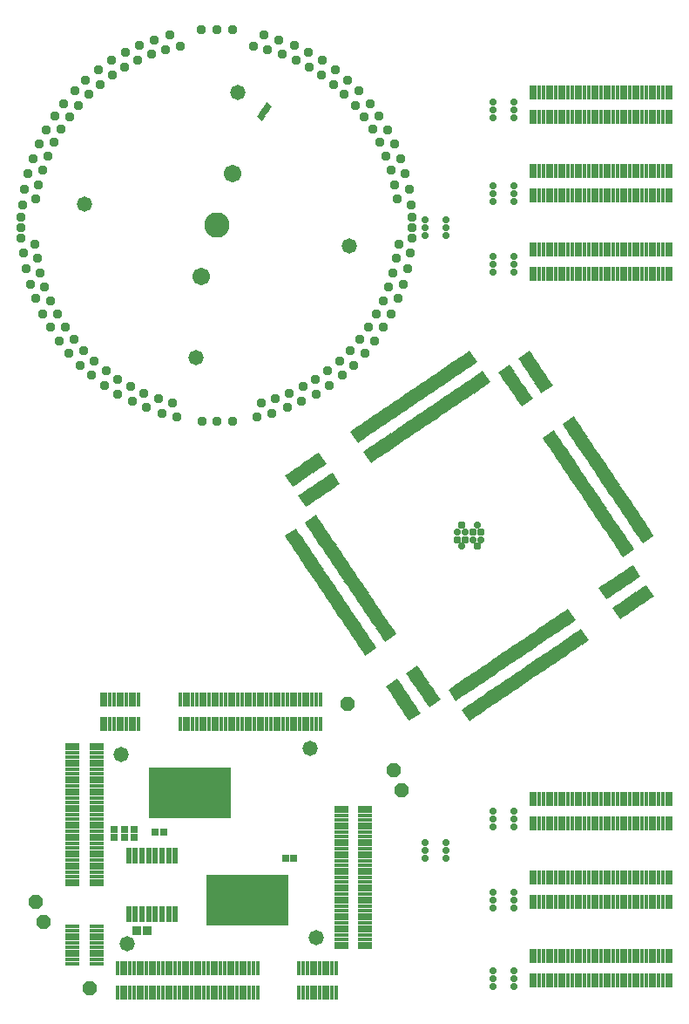
<source format=gbs>
G75*
%MOIN*%
%OFA0B0*%
%FSLAX24Y24*%
%IPPOS*%
%LPD*%
%AMOC8*
5,1,8,0,0,1.08239X$1,22.5*
%
%ADD10C,0.0580*%
%ADD11C,0.0280*%
%ADD12R,0.0159X0.0529*%
%ADD13OC8,0.0290*%
%ADD14C,0.0290*%
%ADD15C,0.0375*%
%ADD16C,0.0970*%
%ADD17C,0.0671*%
%ADD18R,0.0250X0.0250*%
%ADD19R,0.0250X0.0250*%
%ADD20OC8,0.0560*%
%ADD21R,0.0217X0.0630*%
%ADD22R,0.0350X0.0380*%
%ADD23R,0.0529X0.0159*%
%ADD24R,0.3120X0.1920*%
D10*
X010372Y012806D03*
X010612Y005566D03*
X017612Y013046D03*
X017852Y005806D03*
X013222Y027978D03*
X008975Y033846D03*
X014843Y038094D03*
X019090Y032226D03*
D11*
X022012Y032646D03*
X022012Y032946D03*
X022012Y033246D03*
X022812Y033246D03*
X022812Y032946D03*
X022812Y032646D03*
X024587Y031846D03*
X024587Y031546D03*
X024587Y031246D03*
X025387Y031246D03*
X025387Y031546D03*
X025387Y031846D03*
X025387Y033946D03*
X025387Y034246D03*
X025387Y034546D03*
X024587Y034546D03*
X024587Y034246D03*
X024587Y033946D03*
X024587Y037146D03*
X024587Y037446D03*
X024587Y037746D03*
X025387Y037746D03*
X025387Y037446D03*
X025387Y037146D03*
X025387Y010646D03*
X025387Y010346D03*
X025387Y010046D03*
X024587Y010046D03*
X024587Y010346D03*
X024587Y010646D03*
X022812Y009446D03*
X022812Y009146D03*
X022812Y008846D03*
X022012Y008846D03*
X022012Y009146D03*
X022012Y009446D03*
X024587Y007546D03*
X024587Y007246D03*
X024587Y006946D03*
X025387Y006946D03*
X025387Y007246D03*
X025387Y007546D03*
X025387Y004546D03*
X025387Y004246D03*
X025387Y003946D03*
X024587Y003946D03*
X024587Y004246D03*
X024587Y004546D03*
D12*
X026058Y004184D03*
X026215Y004184D03*
X026373Y004184D03*
X026530Y004184D03*
X026688Y004184D03*
X026845Y004184D03*
X027003Y004184D03*
X027160Y004184D03*
X027318Y004184D03*
X027475Y004184D03*
X027633Y004184D03*
X027790Y004184D03*
X027948Y004184D03*
X028105Y004184D03*
X028263Y004184D03*
X028420Y004184D03*
X028578Y004184D03*
X028735Y004184D03*
X028893Y004184D03*
X029050Y004184D03*
X029208Y004184D03*
X029365Y004184D03*
X029523Y004184D03*
X029680Y004184D03*
X029837Y004184D03*
X029995Y004184D03*
X030152Y004184D03*
X030310Y004184D03*
X030467Y004184D03*
X030625Y004184D03*
X030782Y004184D03*
X030940Y004184D03*
X031097Y004184D03*
X031255Y004184D03*
X031412Y004184D03*
X031412Y005105D03*
X031255Y005105D03*
X031097Y005105D03*
X030940Y005105D03*
X030782Y005105D03*
X030625Y005105D03*
X030467Y005105D03*
X030310Y005105D03*
X030152Y005105D03*
X029995Y005105D03*
X029837Y005105D03*
X029680Y005105D03*
X029523Y005105D03*
X029365Y005105D03*
X029208Y005105D03*
X029050Y005105D03*
X028893Y005105D03*
X028735Y005105D03*
X028578Y005105D03*
X028420Y005105D03*
X028263Y005105D03*
X028105Y005105D03*
X027948Y005105D03*
X027790Y005105D03*
X027633Y005105D03*
X027475Y005105D03*
X027318Y005105D03*
X027160Y005105D03*
X027003Y005105D03*
X026845Y005105D03*
X026688Y005105D03*
X026530Y005105D03*
X026373Y005105D03*
X026215Y005105D03*
X026058Y005105D03*
X026058Y007184D03*
X026215Y007184D03*
X026373Y007184D03*
X026530Y007184D03*
X026688Y007184D03*
X026845Y007184D03*
X027003Y007184D03*
X027160Y007184D03*
X027318Y007184D03*
X027475Y007184D03*
X027633Y007184D03*
X027790Y007184D03*
X027948Y007184D03*
X028105Y007184D03*
X028263Y007184D03*
X028420Y007184D03*
X028578Y007184D03*
X028735Y007184D03*
X028893Y007184D03*
X029050Y007184D03*
X029208Y007184D03*
X029365Y007184D03*
X029523Y007184D03*
X029680Y007184D03*
X029837Y007184D03*
X029995Y007184D03*
X030152Y007184D03*
X030310Y007184D03*
X030467Y007184D03*
X030625Y007184D03*
X030782Y007184D03*
X030940Y007184D03*
X031097Y007184D03*
X031255Y007184D03*
X031412Y007184D03*
X031412Y008105D03*
X031255Y008105D03*
X031097Y008105D03*
X030940Y008105D03*
X030782Y008105D03*
X030625Y008105D03*
X030467Y008105D03*
X030310Y008105D03*
X030152Y008105D03*
X029995Y008105D03*
X029837Y008105D03*
X029680Y008105D03*
X029523Y008105D03*
X029365Y008105D03*
X029208Y008105D03*
X029050Y008105D03*
X028893Y008105D03*
X028735Y008105D03*
X028578Y008105D03*
X028420Y008105D03*
X028263Y008105D03*
X028105Y008105D03*
X027948Y008105D03*
X027790Y008105D03*
X027633Y008105D03*
X027475Y008105D03*
X027318Y008105D03*
X027160Y008105D03*
X027003Y008105D03*
X026845Y008105D03*
X026688Y008105D03*
X026530Y008105D03*
X026373Y008105D03*
X026215Y008105D03*
X026058Y008105D03*
X026058Y010184D03*
X026215Y010184D03*
X026373Y010184D03*
X026530Y010184D03*
X026688Y010184D03*
X026845Y010184D03*
X027003Y010184D03*
X027160Y010184D03*
X027318Y010184D03*
X027475Y010184D03*
X027633Y010184D03*
X027790Y010184D03*
X027948Y010184D03*
X028105Y010184D03*
X028263Y010184D03*
X028420Y010184D03*
X028578Y010184D03*
X028735Y010184D03*
X028893Y010184D03*
X029050Y010184D03*
X029208Y010184D03*
X029365Y010184D03*
X029523Y010184D03*
X029680Y010184D03*
X029837Y010184D03*
X029995Y010184D03*
X030152Y010184D03*
X030310Y010184D03*
X030467Y010184D03*
X030625Y010184D03*
X030782Y010184D03*
X030940Y010184D03*
X031097Y010184D03*
X031255Y010184D03*
X031412Y010184D03*
X031412Y011105D03*
X031255Y011105D03*
X031097Y011105D03*
X030940Y011105D03*
X030782Y011105D03*
X030625Y011105D03*
X030467Y011105D03*
X030310Y011105D03*
X030152Y011105D03*
X029995Y011105D03*
X029837Y011105D03*
X029680Y011105D03*
X029523Y011105D03*
X029365Y011105D03*
X029208Y011105D03*
X029050Y011105D03*
X028893Y011105D03*
X028735Y011105D03*
X028578Y011105D03*
X028420Y011105D03*
X028263Y011105D03*
X028105Y011105D03*
X027948Y011105D03*
X027790Y011105D03*
X027633Y011105D03*
X027475Y011105D03*
X027318Y011105D03*
X027160Y011105D03*
X027003Y011105D03*
X026845Y011105D03*
X026688Y011105D03*
X026530Y011105D03*
X026373Y011105D03*
X026215Y011105D03*
X026058Y011105D03*
G36*
X023961Y014263D02*
X023830Y014174D01*
X023535Y014611D01*
X023666Y014700D01*
X023961Y014263D01*
G37*
G36*
X024091Y014351D02*
X023960Y014262D01*
X023665Y014699D01*
X023796Y014788D01*
X024091Y014351D01*
G37*
G36*
X024222Y014439D02*
X024091Y014350D01*
X023796Y014787D01*
X023927Y014876D01*
X024222Y014439D01*
G37*
G36*
X024352Y014527D02*
X024221Y014438D01*
X023926Y014875D01*
X024057Y014964D01*
X024352Y014527D01*
G37*
G36*
X024483Y014615D02*
X024352Y014526D01*
X024057Y014963D01*
X024188Y015052D01*
X024483Y014615D01*
G37*
G36*
X024614Y014703D02*
X024483Y014614D01*
X024188Y015051D01*
X024319Y015140D01*
X024614Y014703D01*
G37*
G36*
X024744Y014791D02*
X024613Y014702D01*
X024318Y015139D01*
X024449Y015228D01*
X024744Y014791D01*
G37*
G36*
X024875Y014879D02*
X024744Y014790D01*
X024449Y015227D01*
X024580Y015316D01*
X024875Y014879D01*
G37*
G36*
X025005Y014967D02*
X024874Y014878D01*
X024579Y015315D01*
X024710Y015404D01*
X025005Y014967D01*
G37*
G36*
X025136Y015055D02*
X025005Y014966D01*
X024710Y015403D01*
X024841Y015492D01*
X025136Y015055D01*
G37*
G36*
X025266Y015143D02*
X025135Y015054D01*
X024840Y015491D01*
X024971Y015580D01*
X025266Y015143D01*
G37*
G36*
X025397Y015232D02*
X025266Y015143D01*
X024971Y015580D01*
X025102Y015669D01*
X025397Y015232D01*
G37*
G36*
X025527Y015320D02*
X025396Y015231D01*
X025101Y015668D01*
X025232Y015757D01*
X025527Y015320D01*
G37*
G36*
X025658Y015408D02*
X025527Y015319D01*
X025232Y015756D01*
X025363Y015845D01*
X025658Y015408D01*
G37*
G36*
X025789Y015496D02*
X025658Y015407D01*
X025363Y015844D01*
X025494Y015933D01*
X025789Y015496D01*
G37*
G36*
X025919Y015584D02*
X025788Y015495D01*
X025493Y015932D01*
X025624Y016021D01*
X025919Y015584D01*
G37*
G36*
X026050Y015672D02*
X025919Y015583D01*
X025624Y016020D01*
X025755Y016109D01*
X026050Y015672D01*
G37*
G36*
X026180Y015760D02*
X026049Y015671D01*
X025754Y016108D01*
X025885Y016197D01*
X026180Y015760D01*
G37*
G36*
X026311Y015848D02*
X026180Y015759D01*
X025885Y016196D01*
X026016Y016285D01*
X026311Y015848D01*
G37*
G36*
X026441Y015936D02*
X026310Y015847D01*
X026015Y016284D01*
X026146Y016373D01*
X026441Y015936D01*
G37*
G36*
X026572Y016024D02*
X026441Y015935D01*
X026146Y016372D01*
X026277Y016461D01*
X026572Y016024D01*
G37*
G36*
X026702Y016112D02*
X026571Y016023D01*
X026276Y016460D01*
X026407Y016549D01*
X026702Y016112D01*
G37*
G36*
X026833Y016200D02*
X026702Y016111D01*
X026407Y016548D01*
X026538Y016637D01*
X026833Y016200D01*
G37*
G36*
X026964Y016288D02*
X026833Y016199D01*
X026538Y016636D01*
X026669Y016725D01*
X026964Y016288D01*
G37*
G36*
X027094Y016376D02*
X026963Y016287D01*
X026668Y016724D01*
X026799Y016813D01*
X027094Y016376D01*
G37*
G36*
X027225Y016464D02*
X027094Y016375D01*
X026799Y016812D01*
X026930Y016901D01*
X027225Y016464D01*
G37*
G36*
X027355Y016552D02*
X027224Y016463D01*
X026929Y016900D01*
X027060Y016989D01*
X027355Y016552D01*
G37*
G36*
X027486Y016641D02*
X027355Y016552D01*
X027060Y016989D01*
X027191Y017078D01*
X027486Y016641D01*
G37*
G36*
X027616Y016729D02*
X027485Y016640D01*
X027190Y017077D01*
X027321Y017166D01*
X027616Y016729D01*
G37*
G36*
X027747Y016817D02*
X027616Y016728D01*
X027321Y017165D01*
X027452Y017254D01*
X027747Y016817D01*
G37*
G36*
X027877Y016905D02*
X027746Y016816D01*
X027451Y017253D01*
X027582Y017342D01*
X027877Y016905D01*
G37*
G36*
X028008Y016993D02*
X027877Y016904D01*
X027582Y017341D01*
X027713Y017430D01*
X028008Y016993D01*
G37*
G36*
X028139Y017081D02*
X028008Y016992D01*
X027713Y017429D01*
X027844Y017518D01*
X028139Y017081D01*
G37*
G36*
X028269Y017169D02*
X028138Y017080D01*
X027843Y017517D01*
X027974Y017606D01*
X028269Y017169D01*
G37*
G36*
X027328Y018281D02*
X027459Y018370D01*
X027754Y017933D01*
X027623Y017844D01*
X027328Y018281D01*
G37*
G36*
X027197Y018193D02*
X027328Y018282D01*
X027623Y017845D01*
X027492Y017756D01*
X027197Y018193D01*
G37*
G36*
X027067Y018105D02*
X027198Y018194D01*
X027493Y017757D01*
X027362Y017668D01*
X027067Y018105D01*
G37*
G36*
X026936Y018016D02*
X027067Y018105D01*
X027362Y017668D01*
X027231Y017579D01*
X026936Y018016D01*
G37*
G36*
X026806Y017928D02*
X026937Y018017D01*
X027232Y017580D01*
X027101Y017491D01*
X026806Y017928D01*
G37*
G36*
X026675Y017840D02*
X026806Y017929D01*
X027101Y017492D01*
X026970Y017403D01*
X026675Y017840D01*
G37*
G36*
X026545Y017752D02*
X026676Y017841D01*
X026971Y017404D01*
X026840Y017315D01*
X026545Y017752D01*
G37*
G36*
X026414Y017664D02*
X026545Y017753D01*
X026840Y017316D01*
X026709Y017227D01*
X026414Y017664D01*
G37*
G36*
X026284Y017576D02*
X026415Y017665D01*
X026710Y017228D01*
X026579Y017139D01*
X026284Y017576D01*
G37*
G36*
X026153Y017488D02*
X026284Y017577D01*
X026579Y017140D01*
X026448Y017051D01*
X026153Y017488D01*
G37*
G36*
X026022Y017400D02*
X026153Y017489D01*
X026448Y017052D01*
X026317Y016963D01*
X026022Y017400D01*
G37*
G36*
X025892Y017312D02*
X026023Y017401D01*
X026318Y016964D01*
X026187Y016875D01*
X025892Y017312D01*
G37*
G36*
X025761Y017224D02*
X025892Y017313D01*
X026187Y016876D01*
X026056Y016787D01*
X025761Y017224D01*
G37*
G36*
X025631Y017136D02*
X025762Y017225D01*
X026057Y016788D01*
X025926Y016699D01*
X025631Y017136D01*
G37*
G36*
X025500Y017048D02*
X025631Y017137D01*
X025926Y016700D01*
X025795Y016611D01*
X025500Y017048D01*
G37*
G36*
X025370Y016960D02*
X025501Y017049D01*
X025796Y016612D01*
X025665Y016523D01*
X025370Y016960D01*
G37*
G36*
X025239Y016872D02*
X025370Y016961D01*
X025665Y016524D01*
X025534Y016435D01*
X025239Y016872D01*
G37*
G36*
X025109Y016784D02*
X025240Y016873D01*
X025535Y016436D01*
X025404Y016347D01*
X025109Y016784D01*
G37*
G36*
X024978Y016696D02*
X025109Y016785D01*
X025404Y016348D01*
X025273Y016259D01*
X024978Y016696D01*
G37*
G36*
X024847Y016607D02*
X024978Y016696D01*
X025273Y016259D01*
X025142Y016170D01*
X024847Y016607D01*
G37*
G36*
X024717Y016519D02*
X024848Y016608D01*
X025143Y016171D01*
X025012Y016082D01*
X024717Y016519D01*
G37*
G36*
X024586Y016431D02*
X024717Y016520D01*
X025012Y016083D01*
X024881Y015994D01*
X024586Y016431D01*
G37*
G36*
X024456Y016343D02*
X024587Y016432D01*
X024882Y015995D01*
X024751Y015906D01*
X024456Y016343D01*
G37*
G36*
X024325Y016255D02*
X024456Y016344D01*
X024751Y015907D01*
X024620Y015818D01*
X024325Y016255D01*
G37*
G36*
X024195Y016167D02*
X024326Y016256D01*
X024621Y015819D01*
X024490Y015730D01*
X024195Y016167D01*
G37*
G36*
X024064Y016079D02*
X024195Y016168D01*
X024490Y015731D01*
X024359Y015642D01*
X024064Y016079D01*
G37*
G36*
X023934Y015991D02*
X024065Y016080D01*
X024360Y015643D01*
X024229Y015554D01*
X023934Y015991D01*
G37*
G36*
X023803Y015903D02*
X023934Y015992D01*
X024229Y015555D01*
X024098Y015466D01*
X023803Y015903D01*
G37*
G36*
X023672Y015815D02*
X023803Y015904D01*
X024098Y015467D01*
X023967Y015378D01*
X023672Y015815D01*
G37*
G36*
X023542Y015727D02*
X023673Y015816D01*
X023968Y015379D01*
X023837Y015290D01*
X023542Y015727D01*
G37*
G36*
X023411Y015639D02*
X023542Y015728D01*
X023837Y015291D01*
X023706Y015202D01*
X023411Y015639D01*
G37*
G36*
X023281Y015551D02*
X023412Y015640D01*
X023707Y015203D01*
X023576Y015114D01*
X023281Y015551D01*
G37*
G36*
X023150Y015463D02*
X023281Y015552D01*
X023576Y015115D01*
X023445Y015026D01*
X023150Y015463D01*
G37*
G36*
X023020Y015375D02*
X023151Y015464D01*
X023446Y015027D01*
X023315Y014938D01*
X023020Y015375D01*
G37*
G36*
X022889Y015287D02*
X023020Y015376D01*
X023315Y014939D01*
X023184Y014850D01*
X022889Y015287D01*
G37*
G36*
X022504Y015035D02*
X022593Y014904D01*
X022156Y014609D01*
X022067Y014740D01*
X022504Y015035D01*
G37*
G36*
X022416Y015166D02*
X022505Y015035D01*
X022068Y014740D01*
X021979Y014871D01*
X022416Y015166D01*
G37*
G36*
X022328Y015296D02*
X022417Y015165D01*
X021980Y014870D01*
X021891Y015001D01*
X022328Y015296D01*
G37*
G36*
X022240Y015427D02*
X022329Y015296D01*
X021892Y015001D01*
X021803Y015132D01*
X022240Y015427D01*
G37*
G36*
X022152Y015557D02*
X022241Y015426D01*
X021804Y015131D01*
X021715Y015262D01*
X022152Y015557D01*
G37*
G36*
X022064Y015688D02*
X022153Y015557D01*
X021716Y015262D01*
X021627Y015393D01*
X022064Y015688D01*
G37*
G36*
X021976Y015818D02*
X022065Y015687D01*
X021628Y015392D01*
X021539Y015523D01*
X021976Y015818D01*
G37*
G36*
X021888Y015949D02*
X021977Y015818D01*
X021540Y015523D01*
X021451Y015654D01*
X021888Y015949D01*
G37*
G36*
X021800Y016080D02*
X021889Y015949D01*
X021452Y015654D01*
X021363Y015785D01*
X021800Y016080D01*
G37*
G36*
X021712Y016210D02*
X021801Y016079D01*
X021364Y015784D01*
X021275Y015915D01*
X021712Y016210D01*
G37*
G36*
X020776Y015008D02*
X020687Y015139D01*
X021124Y015434D01*
X021213Y015303D01*
X020776Y015008D01*
G37*
G36*
X020864Y014877D02*
X020775Y015008D01*
X021212Y015303D01*
X021301Y015172D01*
X020864Y014877D01*
G37*
G36*
X020952Y014747D02*
X020863Y014878D01*
X021300Y015173D01*
X021389Y015042D01*
X020952Y014747D01*
G37*
G36*
X021040Y014616D02*
X020951Y014747D01*
X021388Y015042D01*
X021477Y014911D01*
X021040Y014616D01*
G37*
G36*
X021128Y014486D02*
X021039Y014617D01*
X021476Y014912D01*
X021565Y014781D01*
X021128Y014486D01*
G37*
G36*
X021216Y014355D02*
X021127Y014486D01*
X021564Y014781D01*
X021653Y014650D01*
X021216Y014355D01*
G37*
G36*
X021305Y014224D02*
X021216Y014355D01*
X021653Y014650D01*
X021742Y014519D01*
X021305Y014224D01*
G37*
G36*
X021393Y014094D02*
X021304Y014225D01*
X021741Y014520D01*
X021830Y014389D01*
X021393Y014094D01*
G37*
G36*
X020688Y015138D02*
X020599Y015269D01*
X021036Y015564D01*
X021125Y015433D01*
X020688Y015138D01*
G37*
G36*
X020600Y015269D02*
X020511Y015400D01*
X020948Y015695D01*
X021037Y015564D01*
X020600Y015269D01*
G37*
G36*
X019709Y016591D02*
X019620Y016722D01*
X020057Y017017D01*
X020146Y016886D01*
X019709Y016591D01*
G37*
G36*
X019621Y016721D02*
X019532Y016852D01*
X019969Y017147D01*
X020058Y017016D01*
X019621Y016721D01*
G37*
G36*
X019532Y016852D02*
X019443Y016983D01*
X019880Y017278D01*
X019969Y017147D01*
X019532Y016852D01*
G37*
G36*
X019444Y016982D02*
X019355Y017113D01*
X019792Y017408D01*
X019881Y017277D01*
X019444Y016982D01*
G37*
G36*
X019356Y017113D02*
X019267Y017244D01*
X019704Y017539D01*
X019793Y017408D01*
X019356Y017113D01*
G37*
G36*
X019268Y017243D02*
X019179Y017374D01*
X019616Y017669D01*
X019705Y017538D01*
X019268Y017243D01*
G37*
G36*
X019180Y017374D02*
X019091Y017505D01*
X019528Y017800D01*
X019617Y017669D01*
X019180Y017374D01*
G37*
G36*
X019092Y017504D02*
X019003Y017635D01*
X019440Y017930D01*
X019529Y017799D01*
X019092Y017504D01*
G37*
G36*
X019004Y017635D02*
X018915Y017766D01*
X019352Y018061D01*
X019441Y017930D01*
X019004Y017635D01*
G37*
G36*
X018916Y017766D02*
X018827Y017897D01*
X019264Y018192D01*
X019353Y018061D01*
X018916Y017766D01*
G37*
G36*
X018828Y017896D02*
X018739Y018027D01*
X019176Y018322D01*
X019265Y018191D01*
X018828Y017896D01*
G37*
G36*
X018740Y018027D02*
X018651Y018158D01*
X019088Y018453D01*
X019177Y018322D01*
X018740Y018027D01*
G37*
G36*
X018652Y018157D02*
X018563Y018288D01*
X019000Y018583D01*
X019089Y018452D01*
X018652Y018157D01*
G37*
G36*
X018564Y018288D02*
X018475Y018419D01*
X018912Y018714D01*
X019001Y018583D01*
X018564Y018288D01*
G37*
G36*
X018476Y018418D02*
X018387Y018549D01*
X018824Y018844D01*
X018913Y018713D01*
X018476Y018418D01*
G37*
G36*
X018388Y018549D02*
X018299Y018680D01*
X018736Y018975D01*
X018825Y018844D01*
X018388Y018549D01*
G37*
G36*
X018300Y018679D02*
X018211Y018810D01*
X018648Y019105D01*
X018737Y018974D01*
X018300Y018679D01*
G37*
G36*
X018212Y018810D02*
X018123Y018941D01*
X018560Y019236D01*
X018649Y019105D01*
X018212Y018810D01*
G37*
G36*
X018123Y018941D02*
X018034Y019072D01*
X018471Y019367D01*
X018560Y019236D01*
X018123Y018941D01*
G37*
G36*
X018035Y019071D02*
X017946Y019202D01*
X018383Y019497D01*
X018472Y019366D01*
X018035Y019071D01*
G37*
G36*
X017947Y019202D02*
X017858Y019333D01*
X018295Y019628D01*
X018384Y019497D01*
X017947Y019202D01*
G37*
G36*
X017859Y019332D02*
X017770Y019463D01*
X018207Y019758D01*
X018296Y019627D01*
X017859Y019332D01*
G37*
G36*
X017771Y019463D02*
X017682Y019594D01*
X018119Y019889D01*
X018208Y019758D01*
X017771Y019463D01*
G37*
G36*
X017683Y019593D02*
X017594Y019724D01*
X018031Y020019D01*
X018120Y019888D01*
X017683Y019593D01*
G37*
G36*
X017595Y019724D02*
X017506Y019855D01*
X017943Y020150D01*
X018032Y020019D01*
X017595Y019724D01*
G37*
G36*
X017507Y019854D02*
X017418Y019985D01*
X017855Y020280D01*
X017944Y020149D01*
X017507Y019854D01*
G37*
G36*
X017419Y019985D02*
X017330Y020116D01*
X017767Y020411D01*
X017856Y020280D01*
X017419Y019985D01*
G37*
G36*
X017331Y020116D02*
X017242Y020247D01*
X017679Y020542D01*
X017768Y020411D01*
X017331Y020116D01*
G37*
G36*
X017243Y020246D02*
X017154Y020377D01*
X017591Y020672D01*
X017680Y020541D01*
X017243Y020246D01*
G37*
G36*
X017155Y020377D02*
X017066Y020508D01*
X017503Y020803D01*
X017592Y020672D01*
X017155Y020377D01*
G37*
G36*
X017067Y020507D02*
X016978Y020638D01*
X017415Y020933D01*
X017504Y020802D01*
X017067Y020507D01*
G37*
G36*
X016979Y020638D02*
X016890Y020769D01*
X017327Y021064D01*
X017416Y020933D01*
X016979Y020638D01*
G37*
G36*
X016891Y020768D02*
X016802Y020899D01*
X017239Y021194D01*
X017328Y021063D01*
X016891Y020768D01*
G37*
G36*
X016803Y020899D02*
X016714Y021030D01*
X017151Y021325D01*
X017240Y021194D01*
X016803Y020899D01*
G37*
G36*
X016714Y021029D02*
X016625Y021160D01*
X017062Y021455D01*
X017151Y021324D01*
X016714Y021029D01*
G37*
G36*
X017914Y021840D02*
X018003Y021709D01*
X017566Y021414D01*
X017477Y021545D01*
X017914Y021840D01*
G37*
G36*
X017826Y021971D02*
X017915Y021840D01*
X017478Y021545D01*
X017389Y021676D01*
X017826Y021971D01*
G37*
G36*
X018002Y021710D02*
X018091Y021579D01*
X017654Y021284D01*
X017565Y021415D01*
X018002Y021710D01*
G37*
G36*
X018090Y021579D02*
X018179Y021448D01*
X017742Y021153D01*
X017653Y021284D01*
X018090Y021579D01*
G37*
G36*
X018179Y021448D02*
X018268Y021317D01*
X017831Y021022D01*
X017742Y021153D01*
X018179Y021448D01*
G37*
G36*
X018267Y021318D02*
X018356Y021187D01*
X017919Y020892D01*
X017830Y021023D01*
X018267Y021318D01*
G37*
G36*
X018355Y021187D02*
X018444Y021056D01*
X018007Y020761D01*
X017918Y020892D01*
X018355Y021187D01*
G37*
G36*
X018443Y021057D02*
X018532Y020926D01*
X018095Y020631D01*
X018006Y020762D01*
X018443Y021057D01*
G37*
G36*
X018531Y020926D02*
X018620Y020795D01*
X018183Y020500D01*
X018094Y020631D01*
X018531Y020926D01*
G37*
G36*
X018619Y020796D02*
X018708Y020665D01*
X018271Y020370D01*
X018182Y020501D01*
X018619Y020796D01*
G37*
G36*
X018707Y020665D02*
X018796Y020534D01*
X018359Y020239D01*
X018270Y020370D01*
X018707Y020665D01*
G37*
G36*
X018795Y020535D02*
X018884Y020404D01*
X018447Y020109D01*
X018358Y020240D01*
X018795Y020535D01*
G37*
G36*
X018883Y020404D02*
X018972Y020273D01*
X018535Y019978D01*
X018446Y020109D01*
X018883Y020404D01*
G37*
G36*
X018971Y020273D02*
X019060Y020142D01*
X018623Y019847D01*
X018534Y019978D01*
X018971Y020273D01*
G37*
G36*
X019059Y020143D02*
X019148Y020012D01*
X018711Y019717D01*
X018622Y019848D01*
X019059Y020143D01*
G37*
G36*
X019147Y020012D02*
X019236Y019881D01*
X018799Y019586D01*
X018710Y019717D01*
X019147Y020012D01*
G37*
G36*
X019235Y019882D02*
X019324Y019751D01*
X018887Y019456D01*
X018798Y019587D01*
X019235Y019882D01*
G37*
G36*
X019323Y019751D02*
X019412Y019620D01*
X018975Y019325D01*
X018886Y019456D01*
X019323Y019751D01*
G37*
G36*
X019411Y019621D02*
X019500Y019490D01*
X019063Y019195D01*
X018974Y019326D01*
X019411Y019621D01*
G37*
G36*
X019499Y019490D02*
X019588Y019359D01*
X019151Y019064D01*
X019062Y019195D01*
X019499Y019490D01*
G37*
G36*
X019587Y019359D02*
X019676Y019228D01*
X019239Y018933D01*
X019150Y019064D01*
X019587Y019359D01*
G37*
G36*
X019676Y019229D02*
X019765Y019098D01*
X019328Y018803D01*
X019239Y018934D01*
X019676Y019229D01*
G37*
G36*
X019764Y019098D02*
X019853Y018967D01*
X019416Y018672D01*
X019327Y018803D01*
X019764Y019098D01*
G37*
G36*
X019852Y018968D02*
X019941Y018837D01*
X019504Y018542D01*
X019415Y018673D01*
X019852Y018968D01*
G37*
G36*
X019940Y018837D02*
X020029Y018706D01*
X019592Y018411D01*
X019503Y018542D01*
X019940Y018837D01*
G37*
G36*
X020028Y018707D02*
X020117Y018576D01*
X019680Y018281D01*
X019591Y018412D01*
X020028Y018707D01*
G37*
G36*
X020116Y018576D02*
X020205Y018445D01*
X019768Y018150D01*
X019679Y018281D01*
X020116Y018576D01*
G37*
G36*
X020204Y018446D02*
X020293Y018315D01*
X019856Y018020D01*
X019767Y018151D01*
X020204Y018446D01*
G37*
G36*
X020292Y018315D02*
X020381Y018184D01*
X019944Y017889D01*
X019855Y018020D01*
X020292Y018315D01*
G37*
G36*
X020380Y018184D02*
X020469Y018053D01*
X020032Y017758D01*
X019943Y017889D01*
X020380Y018184D01*
G37*
G36*
X020468Y018054D02*
X020557Y017923D01*
X020120Y017628D01*
X020031Y017759D01*
X020468Y018054D01*
G37*
G36*
X020556Y017923D02*
X020645Y017792D01*
X020208Y017497D01*
X020119Y017628D01*
X020556Y017923D01*
G37*
G36*
X020644Y017793D02*
X020733Y017662D01*
X020296Y017367D01*
X020207Y017498D01*
X020644Y017793D01*
G37*
G36*
X020732Y017662D02*
X020821Y017531D01*
X020384Y017236D01*
X020295Y017367D01*
X020732Y017662D01*
G37*
G36*
X020820Y017532D02*
X020909Y017401D01*
X020472Y017106D01*
X020383Y017237D01*
X020820Y017532D01*
G37*
X017989Y014906D03*
X017832Y014906D03*
X017675Y014906D03*
X017517Y014906D03*
X017360Y014906D03*
X017202Y014906D03*
X017045Y014906D03*
X016887Y014906D03*
X016730Y014906D03*
X016572Y014906D03*
X016415Y014906D03*
X016257Y014906D03*
X016100Y014906D03*
X015942Y014906D03*
X015785Y014906D03*
X015627Y014906D03*
X015470Y014906D03*
X015312Y014906D03*
X015155Y014906D03*
X014997Y014906D03*
X014840Y014906D03*
X014682Y014906D03*
X014525Y014906D03*
X014367Y014906D03*
X014210Y014906D03*
X014052Y014906D03*
X013895Y014906D03*
X013737Y014906D03*
X013580Y014906D03*
X013423Y014906D03*
X013265Y014906D03*
X013108Y014906D03*
X012950Y014906D03*
X012793Y014906D03*
X012635Y014906D03*
X012635Y013985D03*
X012793Y013985D03*
X012950Y013985D03*
X013108Y013985D03*
X013265Y013985D03*
X013423Y013985D03*
X013580Y013985D03*
X013737Y013985D03*
X013895Y013985D03*
X014052Y013985D03*
X014210Y013985D03*
X014367Y013985D03*
X014525Y013985D03*
X014682Y013985D03*
X014840Y013985D03*
X014997Y013985D03*
X015155Y013985D03*
X015312Y013985D03*
X015470Y013985D03*
X015627Y013985D03*
X015785Y013985D03*
X015942Y013985D03*
X016100Y013985D03*
X016257Y013985D03*
X016415Y013985D03*
X016572Y013985D03*
X016730Y013985D03*
X016887Y013985D03*
X017045Y013985D03*
X017202Y013985D03*
X017360Y013985D03*
X017517Y013985D03*
X017675Y013985D03*
X017832Y013985D03*
X017989Y013985D03*
G36*
X023830Y014175D02*
X023699Y014086D01*
X023404Y014523D01*
X023535Y014612D01*
X023830Y014175D01*
G37*
G36*
X028650Y019172D02*
X028781Y019261D01*
X029076Y018824D01*
X028945Y018735D01*
X028650Y019172D01*
G37*
G36*
X028780Y019260D02*
X028911Y019349D01*
X029206Y018912D01*
X029075Y018823D01*
X028780Y019260D01*
G37*
G36*
X028911Y019348D02*
X029042Y019437D01*
X029337Y019000D01*
X029206Y018911D01*
X028911Y019348D01*
G37*
G36*
X029041Y019436D02*
X029172Y019525D01*
X029467Y019088D01*
X029336Y018999D01*
X029041Y019436D01*
G37*
G36*
X029172Y019524D02*
X029303Y019613D01*
X029598Y019176D01*
X029467Y019087D01*
X029172Y019524D01*
G37*
G36*
X029302Y019612D02*
X029433Y019701D01*
X029728Y019264D01*
X029597Y019175D01*
X029302Y019612D01*
G37*
G36*
X029433Y019700D02*
X029564Y019789D01*
X029859Y019352D01*
X029728Y019263D01*
X029433Y019700D01*
G37*
G36*
X029564Y019789D02*
X029695Y019878D01*
X029990Y019441D01*
X029859Y019352D01*
X029564Y019789D01*
G37*
G36*
X029694Y019877D02*
X029825Y019966D01*
X030120Y019529D01*
X029989Y019440D01*
X029694Y019877D01*
G37*
G36*
X029825Y019965D02*
X029956Y020054D01*
X030251Y019617D01*
X030120Y019528D01*
X029825Y019965D01*
G37*
G36*
X029573Y020349D02*
X029484Y020480D01*
X029921Y020775D01*
X030010Y020644D01*
X029573Y020349D01*
G37*
G36*
X029485Y020480D02*
X029396Y020611D01*
X029833Y020906D01*
X029922Y020775D01*
X029485Y020480D01*
G37*
G36*
X029397Y020610D02*
X029308Y020741D01*
X029745Y021036D01*
X029834Y020905D01*
X029397Y020610D01*
G37*
G36*
X029309Y020741D02*
X029220Y020872D01*
X029657Y021167D01*
X029746Y021036D01*
X029309Y020741D01*
G37*
G36*
X029221Y020872D02*
X029132Y021003D01*
X029569Y021298D01*
X029658Y021167D01*
X029221Y020872D01*
G37*
G36*
X029133Y021002D02*
X029044Y021133D01*
X029481Y021428D01*
X029570Y021297D01*
X029133Y021002D01*
G37*
G36*
X029045Y021133D02*
X028956Y021264D01*
X029393Y021559D01*
X029482Y021428D01*
X029045Y021133D01*
G37*
G36*
X028957Y021263D02*
X028868Y021394D01*
X029305Y021689D01*
X029394Y021558D01*
X028957Y021263D01*
G37*
G36*
X028869Y021394D02*
X028780Y021525D01*
X029217Y021820D01*
X029306Y021689D01*
X028869Y021394D01*
G37*
G36*
X028781Y021524D02*
X028692Y021655D01*
X029129Y021950D01*
X029218Y021819D01*
X028781Y021524D01*
G37*
G36*
X028693Y021655D02*
X028604Y021786D01*
X029041Y022081D01*
X029130Y021950D01*
X028693Y021655D01*
G37*
G36*
X028604Y021785D02*
X028515Y021916D01*
X028952Y022211D01*
X029041Y022080D01*
X028604Y021785D01*
G37*
G36*
X028516Y021916D02*
X028427Y022047D01*
X028864Y022342D01*
X028953Y022211D01*
X028516Y021916D01*
G37*
G36*
X028428Y022047D02*
X028339Y022178D01*
X028776Y022473D01*
X028865Y022342D01*
X028428Y022047D01*
G37*
G36*
X028340Y022177D02*
X028251Y022308D01*
X028688Y022603D01*
X028777Y022472D01*
X028340Y022177D01*
G37*
G36*
X028252Y022308D02*
X028163Y022439D01*
X028600Y022734D01*
X028689Y022603D01*
X028252Y022308D01*
G37*
G36*
X028164Y022438D02*
X028075Y022569D01*
X028512Y022864D01*
X028601Y022733D01*
X028164Y022438D01*
G37*
G36*
X028076Y022569D02*
X027987Y022700D01*
X028424Y022995D01*
X028513Y022864D01*
X028076Y022569D01*
G37*
G36*
X027988Y022699D02*
X027899Y022830D01*
X028336Y023125D01*
X028425Y022994D01*
X027988Y022699D01*
G37*
G36*
X027900Y022830D02*
X027811Y022961D01*
X028248Y023256D01*
X028337Y023125D01*
X027900Y022830D01*
G37*
G36*
X027812Y022960D02*
X027723Y023091D01*
X028160Y023386D01*
X028249Y023255D01*
X027812Y022960D01*
G37*
G36*
X027724Y023091D02*
X027635Y023222D01*
X028072Y023517D01*
X028161Y023386D01*
X027724Y023091D01*
G37*
G36*
X027636Y023222D02*
X027547Y023353D01*
X027984Y023648D01*
X028073Y023517D01*
X027636Y023222D01*
G37*
G36*
X027548Y023352D02*
X027459Y023483D01*
X027896Y023778D01*
X027985Y023647D01*
X027548Y023352D01*
G37*
G36*
X027460Y023483D02*
X027371Y023614D01*
X027808Y023909D01*
X027897Y023778D01*
X027460Y023483D01*
G37*
G36*
X027372Y023613D02*
X027283Y023744D01*
X027720Y024039D01*
X027809Y023908D01*
X027372Y023613D01*
G37*
G36*
X027284Y023744D02*
X027195Y023875D01*
X027632Y024170D01*
X027721Y024039D01*
X027284Y023744D01*
G37*
G36*
X027195Y023874D02*
X027106Y024005D01*
X027543Y024300D01*
X027632Y024169D01*
X027195Y023874D01*
G37*
G36*
X027107Y024005D02*
X027018Y024136D01*
X027455Y024431D01*
X027544Y024300D01*
X027107Y024005D01*
G37*
G36*
X027019Y024136D02*
X026930Y024267D01*
X027367Y024562D01*
X027456Y024431D01*
X027019Y024136D01*
G37*
G36*
X026931Y024266D02*
X026842Y024397D01*
X027279Y024692D01*
X027368Y024561D01*
X026931Y024266D01*
G37*
G36*
X026843Y024397D02*
X026754Y024528D01*
X027191Y024823D01*
X027280Y024692D01*
X026843Y024397D01*
G37*
G36*
X026755Y024527D02*
X026666Y024658D01*
X027103Y024953D01*
X027192Y024822D01*
X026755Y024527D01*
G37*
G36*
X026667Y024658D02*
X026578Y024789D01*
X027015Y025084D01*
X027104Y024953D01*
X026667Y024658D01*
G37*
G36*
X026579Y024788D02*
X026490Y024919D01*
X026927Y025214D01*
X027016Y025083D01*
X026579Y024788D01*
G37*
G36*
X027691Y025729D02*
X027780Y025598D01*
X027343Y025303D01*
X027254Y025434D01*
X027691Y025729D01*
G37*
G36*
X027779Y025599D02*
X027868Y025468D01*
X027431Y025173D01*
X027342Y025304D01*
X027779Y025599D01*
G37*
G36*
X027867Y025468D02*
X027956Y025337D01*
X027519Y025042D01*
X027430Y025173D01*
X027867Y025468D01*
G37*
G36*
X027955Y025338D02*
X028044Y025207D01*
X027607Y024912D01*
X027518Y025043D01*
X027955Y025338D01*
G37*
G36*
X028043Y025207D02*
X028132Y025076D01*
X027695Y024781D01*
X027606Y024912D01*
X028043Y025207D01*
G37*
G36*
X028131Y025077D02*
X028220Y024946D01*
X027783Y024651D01*
X027694Y024782D01*
X028131Y025077D01*
G37*
G36*
X028219Y024946D02*
X028308Y024815D01*
X027871Y024520D01*
X027782Y024651D01*
X028219Y024946D01*
G37*
G36*
X028307Y024816D02*
X028396Y024685D01*
X027959Y024390D01*
X027870Y024521D01*
X028307Y024816D01*
G37*
G36*
X028395Y024685D02*
X028484Y024554D01*
X028047Y024259D01*
X027958Y024390D01*
X028395Y024685D01*
G37*
G36*
X028483Y024554D02*
X028572Y024423D01*
X028135Y024128D01*
X028046Y024259D01*
X028483Y024554D01*
G37*
G36*
X028571Y024424D02*
X028660Y024293D01*
X028223Y023998D01*
X028134Y024129D01*
X028571Y024424D01*
G37*
G36*
X028659Y024293D02*
X028748Y024162D01*
X028311Y023867D01*
X028222Y023998D01*
X028659Y024293D01*
G37*
G36*
X028748Y024163D02*
X028837Y024032D01*
X028400Y023737D01*
X028311Y023868D01*
X028748Y024163D01*
G37*
G36*
X028836Y024032D02*
X028925Y023901D01*
X028488Y023606D01*
X028399Y023737D01*
X028836Y024032D01*
G37*
G36*
X028924Y023902D02*
X029013Y023771D01*
X028576Y023476D01*
X028487Y023607D01*
X028924Y023902D01*
G37*
G36*
X029012Y023771D02*
X029101Y023640D01*
X028664Y023345D01*
X028575Y023476D01*
X029012Y023771D01*
G37*
G36*
X029100Y023641D02*
X029189Y023510D01*
X028752Y023215D01*
X028663Y023346D01*
X029100Y023641D01*
G37*
G36*
X029188Y023510D02*
X029277Y023379D01*
X028840Y023084D01*
X028751Y023215D01*
X029188Y023510D01*
G37*
G36*
X029276Y023379D02*
X029365Y023248D01*
X028928Y022953D01*
X028839Y023084D01*
X029276Y023379D01*
G37*
G36*
X029364Y023249D02*
X029453Y023118D01*
X029016Y022823D01*
X028927Y022954D01*
X029364Y023249D01*
G37*
G36*
X029452Y023118D02*
X029541Y022987D01*
X029104Y022692D01*
X029015Y022823D01*
X029452Y023118D01*
G37*
G36*
X029540Y022988D02*
X029629Y022857D01*
X029192Y022562D01*
X029103Y022693D01*
X029540Y022988D01*
G37*
G36*
X029628Y022857D02*
X029717Y022726D01*
X029280Y022431D01*
X029191Y022562D01*
X029628Y022857D01*
G37*
G36*
X029716Y022727D02*
X029805Y022596D01*
X029368Y022301D01*
X029279Y022432D01*
X029716Y022727D01*
G37*
G36*
X029804Y022596D02*
X029893Y022465D01*
X029456Y022170D01*
X029367Y022301D01*
X029804Y022596D01*
G37*
G36*
X029892Y022466D02*
X029981Y022335D01*
X029544Y022040D01*
X029455Y022171D01*
X029892Y022466D01*
G37*
G36*
X029980Y022335D02*
X030069Y022204D01*
X029632Y021909D01*
X029543Y022040D01*
X029980Y022335D01*
G37*
G36*
X030068Y022204D02*
X030157Y022073D01*
X029720Y021778D01*
X029631Y021909D01*
X030068Y022204D01*
G37*
G36*
X030157Y022074D02*
X030246Y021943D01*
X029809Y021648D01*
X029720Y021779D01*
X030157Y022074D01*
G37*
G36*
X030245Y021943D02*
X030334Y021812D01*
X029897Y021517D01*
X029808Y021648D01*
X030245Y021943D01*
G37*
G36*
X030333Y021813D02*
X030422Y021682D01*
X029985Y021387D01*
X029896Y021518D01*
X030333Y021813D01*
G37*
G36*
X030421Y021682D02*
X030510Y021551D01*
X030073Y021256D01*
X029984Y021387D01*
X030421Y021682D01*
G37*
G36*
X030509Y021552D02*
X030598Y021421D01*
X030161Y021126D01*
X030072Y021257D01*
X030509Y021552D01*
G37*
G36*
X030597Y021421D02*
X030686Y021290D01*
X030249Y020995D01*
X030160Y021126D01*
X030597Y021421D01*
G37*
G36*
X030685Y021291D02*
X030774Y021160D01*
X030337Y020865D01*
X030248Y020996D01*
X030685Y021291D01*
G37*
G36*
X030766Y018853D02*
X030635Y018764D01*
X030340Y019201D01*
X030471Y019290D01*
X030766Y018853D01*
G37*
G36*
X030635Y018765D02*
X030504Y018676D01*
X030209Y019113D01*
X030340Y019202D01*
X030635Y018765D01*
G37*
G36*
X030505Y018677D02*
X030374Y018588D01*
X030079Y019025D01*
X030210Y019114D01*
X030505Y018677D01*
G37*
G36*
X030374Y018589D02*
X030243Y018500D01*
X029948Y018937D01*
X030079Y019026D01*
X030374Y018589D01*
G37*
G36*
X030244Y018501D02*
X030113Y018412D01*
X029818Y018849D01*
X029949Y018938D01*
X030244Y018501D01*
G37*
G36*
X030113Y018413D02*
X029982Y018324D01*
X029687Y018761D01*
X029818Y018850D01*
X030113Y018413D01*
G37*
G36*
X029982Y018325D02*
X029851Y018236D01*
X029556Y018673D01*
X029687Y018762D01*
X029982Y018325D01*
G37*
G36*
X029852Y018236D02*
X029721Y018147D01*
X029426Y018584D01*
X029557Y018673D01*
X029852Y018236D01*
G37*
G36*
X029721Y018148D02*
X029590Y018059D01*
X029295Y018496D01*
X029426Y018585D01*
X029721Y018148D01*
G37*
G36*
X029591Y018060D02*
X029460Y017971D01*
X029165Y018408D01*
X029296Y018497D01*
X029591Y018060D01*
G37*
G36*
X025688Y026110D02*
X025599Y026241D01*
X026036Y026536D01*
X026125Y026405D01*
X025688Y026110D01*
G37*
G36*
X025600Y026240D02*
X025511Y026371D01*
X025948Y026666D01*
X026037Y026535D01*
X025600Y026240D01*
G37*
G36*
X025511Y026371D02*
X025422Y026502D01*
X025859Y026797D01*
X025948Y026666D01*
X025511Y026371D01*
G37*
G36*
X025423Y026502D02*
X025334Y026633D01*
X025771Y026928D01*
X025860Y026797D01*
X025423Y026502D01*
G37*
G36*
X025335Y026632D02*
X025246Y026763D01*
X025683Y027058D01*
X025772Y026927D01*
X025335Y026632D01*
G37*
G36*
X025247Y026763D02*
X025158Y026894D01*
X025595Y027189D01*
X025684Y027058D01*
X025247Y026763D01*
G37*
G36*
X025159Y026893D02*
X025070Y027024D01*
X025507Y027319D01*
X025596Y027188D01*
X025159Y026893D01*
G37*
G36*
X025071Y027024D02*
X024982Y027155D01*
X025419Y027450D01*
X025508Y027319D01*
X025071Y027024D01*
G37*
G36*
X024983Y027154D02*
X024894Y027285D01*
X025331Y027580D01*
X025420Y027449D01*
X024983Y027154D01*
G37*
G36*
X024895Y027285D02*
X024806Y027416D01*
X025243Y027711D01*
X025332Y027580D01*
X024895Y027285D01*
G37*
G36*
X024510Y027033D02*
X024379Y026944D01*
X024084Y027381D01*
X024215Y027470D01*
X024510Y027033D01*
G37*
G36*
X024380Y026945D02*
X024249Y026856D01*
X023954Y027293D01*
X024085Y027382D01*
X024380Y026945D01*
G37*
G36*
X024249Y026857D02*
X024118Y026768D01*
X023823Y027205D01*
X023954Y027294D01*
X024249Y026857D01*
G37*
G36*
X024119Y026769D02*
X023988Y026680D01*
X023693Y027117D01*
X023824Y027206D01*
X024119Y026769D01*
G37*
G36*
X023988Y026681D02*
X023857Y026592D01*
X023562Y027029D01*
X023693Y027118D01*
X023988Y026681D01*
G37*
G36*
X023858Y026593D02*
X023727Y026504D01*
X023432Y026941D01*
X023563Y027030D01*
X023858Y026593D01*
G37*
G36*
X023727Y026505D02*
X023596Y026416D01*
X023301Y026853D01*
X023432Y026942D01*
X023727Y026505D01*
G37*
G36*
X023596Y026417D02*
X023465Y026328D01*
X023170Y026765D01*
X023301Y026854D01*
X023596Y026417D01*
G37*
G36*
X023466Y026329D02*
X023335Y026240D01*
X023040Y026677D01*
X023171Y026766D01*
X023466Y026329D01*
G37*
G36*
X023335Y026241D02*
X023204Y026152D01*
X022909Y026589D01*
X023040Y026678D01*
X023335Y026241D01*
G37*
G36*
X023205Y026153D02*
X023074Y026064D01*
X022779Y026501D01*
X022910Y026590D01*
X023205Y026153D01*
G37*
G36*
X023074Y026065D02*
X022943Y025976D01*
X022648Y026413D01*
X022779Y026502D01*
X023074Y026065D01*
G37*
G36*
X022944Y025977D02*
X022813Y025888D01*
X022518Y026325D01*
X022649Y026414D01*
X022944Y025977D01*
G37*
G36*
X022813Y025889D02*
X022682Y025800D01*
X022387Y026237D01*
X022518Y026326D01*
X022813Y025889D01*
G37*
G36*
X022683Y025801D02*
X022552Y025712D01*
X022257Y026149D01*
X022388Y026238D01*
X022683Y025801D01*
G37*
G36*
X022552Y025713D02*
X022421Y025624D01*
X022126Y026061D01*
X022257Y026150D01*
X022552Y025713D01*
G37*
G36*
X022421Y025624D02*
X022290Y025535D01*
X021995Y025972D01*
X022126Y026061D01*
X022421Y025624D01*
G37*
G36*
X022291Y025536D02*
X022160Y025447D01*
X021865Y025884D01*
X021996Y025973D01*
X022291Y025536D01*
G37*
G36*
X022160Y025448D02*
X022029Y025359D01*
X021734Y025796D01*
X021865Y025885D01*
X022160Y025448D01*
G37*
G36*
X022030Y025360D02*
X021899Y025271D01*
X021604Y025708D01*
X021735Y025797D01*
X022030Y025360D01*
G37*
G36*
X021899Y025272D02*
X021768Y025183D01*
X021473Y025620D01*
X021604Y025709D01*
X021899Y025272D01*
G37*
G36*
X021769Y025184D02*
X021638Y025095D01*
X021343Y025532D01*
X021474Y025621D01*
X021769Y025184D01*
G37*
G36*
X021638Y025096D02*
X021507Y025007D01*
X021212Y025444D01*
X021343Y025533D01*
X021638Y025096D01*
G37*
G36*
X021508Y025008D02*
X021377Y024919D01*
X021082Y025356D01*
X021213Y025445D01*
X021508Y025008D01*
G37*
G36*
X021377Y024920D02*
X021246Y024831D01*
X020951Y025268D01*
X021082Y025357D01*
X021377Y024920D01*
G37*
G36*
X021246Y024832D02*
X021115Y024743D01*
X020820Y025180D01*
X020951Y025269D01*
X021246Y024832D01*
G37*
G36*
X021116Y024744D02*
X020985Y024655D01*
X020690Y025092D01*
X020821Y025181D01*
X021116Y024744D01*
G37*
G36*
X020985Y024656D02*
X020854Y024567D01*
X020559Y025004D01*
X020690Y025093D01*
X020985Y024656D01*
G37*
G36*
X020855Y024568D02*
X020724Y024479D01*
X020429Y024916D01*
X020560Y025005D01*
X020855Y024568D01*
G37*
G36*
X020724Y024480D02*
X020593Y024391D01*
X020298Y024828D01*
X020429Y024917D01*
X020724Y024480D01*
G37*
G36*
X020594Y024392D02*
X020463Y024303D01*
X020168Y024740D01*
X020299Y024829D01*
X020594Y024392D01*
G37*
G36*
X020463Y024304D02*
X020332Y024215D01*
X020037Y024652D01*
X020168Y024741D01*
X020463Y024304D01*
G37*
G36*
X020333Y024215D02*
X020202Y024126D01*
X019907Y024563D01*
X020038Y024652D01*
X020333Y024215D01*
G37*
G36*
X020202Y024127D02*
X020071Y024038D01*
X019776Y024475D01*
X019907Y024564D01*
X020202Y024127D01*
G37*
G36*
X020071Y024039D02*
X019940Y023950D01*
X019645Y024387D01*
X019776Y024476D01*
X020071Y024039D01*
G37*
G36*
X019261Y025239D02*
X019392Y025328D01*
X019687Y024891D01*
X019556Y024802D01*
X019261Y025239D01*
G37*
G36*
X019130Y025151D02*
X019261Y025240D01*
X019556Y024803D01*
X019425Y024714D01*
X019130Y025151D01*
G37*
G36*
X019391Y025327D02*
X019522Y025416D01*
X019817Y024979D01*
X019686Y024890D01*
X019391Y025327D01*
G37*
G36*
X019522Y025415D02*
X019653Y025504D01*
X019948Y025067D01*
X019817Y024978D01*
X019522Y025415D01*
G37*
G36*
X019652Y025503D02*
X019783Y025592D01*
X020078Y025155D01*
X019947Y025066D01*
X019652Y025503D01*
G37*
G36*
X019783Y025591D02*
X019914Y025680D01*
X020209Y025243D01*
X020078Y025154D01*
X019783Y025591D01*
G37*
G36*
X019914Y025679D02*
X020045Y025768D01*
X020340Y025331D01*
X020209Y025242D01*
X019914Y025679D01*
G37*
G36*
X020044Y025768D02*
X020175Y025857D01*
X020470Y025420D01*
X020339Y025331D01*
X020044Y025768D01*
G37*
G36*
X020175Y025856D02*
X020306Y025945D01*
X020601Y025508D01*
X020470Y025419D01*
X020175Y025856D01*
G37*
G36*
X020305Y025944D02*
X020436Y026033D01*
X020731Y025596D01*
X020600Y025507D01*
X020305Y025944D01*
G37*
G36*
X020436Y026032D02*
X020567Y026121D01*
X020862Y025684D01*
X020731Y025595D01*
X020436Y026032D01*
G37*
G36*
X020566Y026120D02*
X020697Y026209D01*
X020992Y025772D01*
X020861Y025683D01*
X020566Y026120D01*
G37*
G36*
X020697Y026208D02*
X020828Y026297D01*
X021123Y025860D01*
X020992Y025771D01*
X020697Y026208D01*
G37*
G36*
X020827Y026296D02*
X020958Y026385D01*
X021253Y025948D01*
X021122Y025859D01*
X020827Y026296D01*
G37*
G36*
X020958Y026384D02*
X021089Y026473D01*
X021384Y026036D01*
X021253Y025947D01*
X020958Y026384D01*
G37*
G36*
X021089Y026472D02*
X021220Y026561D01*
X021515Y026124D01*
X021384Y026035D01*
X021089Y026472D01*
G37*
G36*
X021219Y026560D02*
X021350Y026649D01*
X021645Y026212D01*
X021514Y026123D01*
X021219Y026560D01*
G37*
G36*
X021350Y026648D02*
X021481Y026737D01*
X021776Y026300D01*
X021645Y026211D01*
X021350Y026648D01*
G37*
G36*
X021480Y026736D02*
X021611Y026825D01*
X021906Y026388D01*
X021775Y026299D01*
X021480Y026736D01*
G37*
G36*
X021611Y026824D02*
X021742Y026913D01*
X022037Y026476D01*
X021906Y026387D01*
X021611Y026824D01*
G37*
G36*
X021741Y026912D02*
X021872Y027001D01*
X022167Y026564D01*
X022036Y026475D01*
X021741Y026912D01*
G37*
G36*
X021872Y027000D02*
X022003Y027089D01*
X022298Y026652D01*
X022167Y026563D01*
X021872Y027000D01*
G37*
G36*
X022003Y027088D02*
X022134Y027177D01*
X022429Y026740D01*
X022298Y026651D01*
X022003Y027088D01*
G37*
G36*
X022133Y027177D02*
X022264Y027266D01*
X022559Y026829D01*
X022428Y026740D01*
X022133Y027177D01*
G37*
G36*
X022264Y027265D02*
X022395Y027354D01*
X022690Y026917D01*
X022559Y026828D01*
X022264Y027265D01*
G37*
G36*
X022394Y027353D02*
X022525Y027442D01*
X022820Y027005D01*
X022689Y026916D01*
X022394Y027353D01*
G37*
G36*
X022525Y027441D02*
X022656Y027530D01*
X022951Y027093D01*
X022820Y027004D01*
X022525Y027441D01*
G37*
G36*
X022655Y027529D02*
X022786Y027618D01*
X023081Y027181D01*
X022950Y027092D01*
X022655Y027529D01*
G37*
G36*
X022786Y027617D02*
X022917Y027706D01*
X023212Y027269D01*
X023081Y027180D01*
X022786Y027617D01*
G37*
G36*
X022916Y027705D02*
X023047Y027794D01*
X023342Y027357D01*
X023211Y027268D01*
X022916Y027705D01*
G37*
G36*
X023047Y027793D02*
X023178Y027882D01*
X023473Y027445D01*
X023342Y027356D01*
X023047Y027793D01*
G37*
G36*
X023178Y027881D02*
X023309Y027970D01*
X023604Y027533D01*
X023473Y027444D01*
X023178Y027881D01*
G37*
G36*
X023308Y027969D02*
X023439Y028058D01*
X023734Y027621D01*
X023603Y027532D01*
X023308Y027969D01*
G37*
G36*
X023439Y028057D02*
X023570Y028146D01*
X023865Y027709D01*
X023734Y027620D01*
X023439Y028057D01*
G37*
G36*
X023569Y028145D02*
X023700Y028234D01*
X023995Y027797D01*
X023864Y027708D01*
X023569Y028145D01*
G37*
G36*
X026007Y028226D02*
X026096Y028095D01*
X025659Y027800D01*
X025570Y027931D01*
X026007Y028226D01*
G37*
G36*
X026095Y028096D02*
X026184Y027965D01*
X025747Y027670D01*
X025658Y027801D01*
X026095Y028096D01*
G37*
G36*
X026183Y027965D02*
X026272Y027834D01*
X025835Y027539D01*
X025746Y027670D01*
X026183Y027965D01*
G37*
G36*
X026271Y027834D02*
X026360Y027703D01*
X025923Y027408D01*
X025834Y027539D01*
X026271Y027834D01*
G37*
G36*
X026359Y027704D02*
X026448Y027573D01*
X026011Y027278D01*
X025922Y027409D01*
X026359Y027704D01*
G37*
G36*
X026447Y027573D02*
X026536Y027442D01*
X026099Y027147D01*
X026010Y027278D01*
X026447Y027573D01*
G37*
G36*
X026535Y027443D02*
X026624Y027312D01*
X026187Y027017D01*
X026098Y027148D01*
X026535Y027443D01*
G37*
G36*
X026623Y027312D02*
X026712Y027181D01*
X026275Y026886D01*
X026186Y027017D01*
X026623Y027312D01*
G37*
G36*
X026711Y027182D02*
X026800Y027051D01*
X026363Y026756D01*
X026274Y026887D01*
X026711Y027182D01*
G37*
G36*
X026799Y027051D02*
X026888Y026920D01*
X026451Y026625D01*
X026362Y026756D01*
X026799Y027051D01*
G37*
X026845Y031184D03*
X026688Y031184D03*
X026530Y031184D03*
X026373Y031184D03*
X026215Y031184D03*
X026058Y031184D03*
X026058Y032105D03*
X026215Y032105D03*
X026373Y032105D03*
X026530Y032105D03*
X026688Y032105D03*
X026845Y032105D03*
X027003Y032105D03*
X027160Y032105D03*
X027318Y032105D03*
X027475Y032105D03*
X027633Y032105D03*
X027790Y032105D03*
X027948Y032105D03*
X028105Y032105D03*
X028263Y032105D03*
X028420Y032105D03*
X028578Y032105D03*
X028735Y032105D03*
X028893Y032105D03*
X029050Y032105D03*
X029208Y032105D03*
X029365Y032105D03*
X029523Y032105D03*
X029680Y032105D03*
X029837Y032105D03*
X029995Y032105D03*
X030152Y032105D03*
X030310Y032105D03*
X030467Y032105D03*
X030625Y032105D03*
X030782Y032105D03*
X030940Y032105D03*
X031097Y032105D03*
X031255Y032105D03*
X031412Y032105D03*
X031412Y031184D03*
X031255Y031184D03*
X031097Y031184D03*
X030940Y031184D03*
X030782Y031184D03*
X030625Y031184D03*
X030467Y031184D03*
X030310Y031184D03*
X030152Y031184D03*
X029995Y031184D03*
X029837Y031184D03*
X029680Y031184D03*
X029523Y031184D03*
X029365Y031184D03*
X029208Y031184D03*
X029050Y031184D03*
X028893Y031184D03*
X028735Y031184D03*
X028578Y031184D03*
X028420Y031184D03*
X028263Y031184D03*
X028105Y031184D03*
X027948Y031184D03*
X027790Y031184D03*
X027633Y031184D03*
X027475Y031184D03*
X027318Y031184D03*
X027160Y031184D03*
X027003Y031184D03*
X027003Y034184D03*
X027160Y034184D03*
X027318Y034184D03*
X027475Y034184D03*
X027633Y034184D03*
X027790Y034184D03*
X027948Y034184D03*
X028105Y034184D03*
X028263Y034184D03*
X028420Y034184D03*
X028578Y034184D03*
X028735Y034184D03*
X028893Y034184D03*
X029050Y034184D03*
X029208Y034184D03*
X029365Y034184D03*
X029523Y034184D03*
X029680Y034184D03*
X029837Y034184D03*
X029995Y034184D03*
X030152Y034184D03*
X030310Y034184D03*
X030467Y034184D03*
X030625Y034184D03*
X030782Y034184D03*
X030940Y034184D03*
X031097Y034184D03*
X031255Y034184D03*
X031412Y034184D03*
X031412Y035105D03*
X031255Y035105D03*
X031097Y035105D03*
X030940Y035105D03*
X030782Y035105D03*
X030625Y035105D03*
X030467Y035105D03*
X030310Y035105D03*
X030152Y035105D03*
X029995Y035105D03*
X029837Y035105D03*
X029680Y035105D03*
X029523Y035105D03*
X029365Y035105D03*
X029208Y035105D03*
X029050Y035105D03*
X028893Y035105D03*
X028735Y035105D03*
X028578Y035105D03*
X028420Y035105D03*
X028263Y035105D03*
X028105Y035105D03*
X027948Y035105D03*
X027790Y035105D03*
X027633Y035105D03*
X027475Y035105D03*
X027318Y035105D03*
X027160Y035105D03*
X027003Y035105D03*
X026845Y035105D03*
X026688Y035105D03*
X026530Y035105D03*
X026373Y035105D03*
X026215Y035105D03*
X026058Y035105D03*
X026058Y034184D03*
X026215Y034184D03*
X026373Y034184D03*
X026530Y034184D03*
X026688Y034184D03*
X026845Y034184D03*
X026845Y037184D03*
X026688Y037184D03*
X026530Y037184D03*
X026373Y037184D03*
X026215Y037184D03*
X026058Y037184D03*
X026058Y038105D03*
X026215Y038105D03*
X026373Y038105D03*
X026530Y038105D03*
X026688Y038105D03*
X026845Y038105D03*
X027003Y038105D03*
X027160Y038105D03*
X027318Y038105D03*
X027475Y038105D03*
X027633Y038105D03*
X027790Y038105D03*
X027948Y038105D03*
X028105Y038105D03*
X028263Y038105D03*
X028420Y038105D03*
X028578Y038105D03*
X028735Y038105D03*
X028893Y038105D03*
X029050Y038105D03*
X029208Y038105D03*
X029365Y038105D03*
X029523Y038105D03*
X029680Y038105D03*
X029837Y038105D03*
X029995Y038105D03*
X030152Y038105D03*
X030310Y038105D03*
X030467Y038105D03*
X030625Y038105D03*
X030782Y038105D03*
X030940Y038105D03*
X031097Y038105D03*
X031255Y038105D03*
X031412Y038105D03*
X031412Y037184D03*
X031255Y037184D03*
X031097Y037184D03*
X030940Y037184D03*
X030782Y037184D03*
X030625Y037184D03*
X030467Y037184D03*
X030310Y037184D03*
X030152Y037184D03*
X029995Y037184D03*
X029837Y037184D03*
X029680Y037184D03*
X029523Y037184D03*
X029365Y037184D03*
X029208Y037184D03*
X029050Y037184D03*
X028893Y037184D03*
X028735Y037184D03*
X028578Y037184D03*
X028420Y037184D03*
X028263Y037184D03*
X028105Y037184D03*
X027948Y037184D03*
X027790Y037184D03*
X027633Y037184D03*
X027475Y037184D03*
X027318Y037184D03*
X027160Y037184D03*
X027003Y037184D03*
G36*
X017809Y024260D02*
X017940Y024349D01*
X018235Y023912D01*
X018104Y023823D01*
X017809Y024260D01*
G37*
G36*
X017678Y024172D02*
X017809Y024261D01*
X018104Y023824D01*
X017973Y023735D01*
X017678Y024172D01*
G37*
G36*
X017548Y024084D02*
X017679Y024173D01*
X017974Y023736D01*
X017843Y023647D01*
X017548Y024084D01*
G37*
G36*
X017417Y023995D02*
X017548Y024084D01*
X017843Y023647D01*
X017712Y023558D01*
X017417Y023995D01*
G37*
G36*
X017286Y023907D02*
X017417Y023996D01*
X017712Y023559D01*
X017581Y023470D01*
X017286Y023907D01*
G37*
G36*
X017156Y023819D02*
X017287Y023908D01*
X017582Y023471D01*
X017451Y023382D01*
X017156Y023819D01*
G37*
G36*
X017025Y023731D02*
X017156Y023820D01*
X017451Y023383D01*
X017320Y023294D01*
X017025Y023731D01*
G37*
G36*
X016895Y023643D02*
X017026Y023732D01*
X017321Y023295D01*
X017190Y023206D01*
X016895Y023643D01*
G37*
G36*
X016764Y023555D02*
X016895Y023644D01*
X017190Y023207D01*
X017059Y023118D01*
X016764Y023555D01*
G37*
G36*
X016634Y023467D02*
X016765Y023556D01*
X017060Y023119D01*
X016929Y023030D01*
X016634Y023467D01*
G37*
G36*
X017575Y022355D02*
X017444Y022266D01*
X017149Y022703D01*
X017280Y022792D01*
X017575Y022355D01*
G37*
G36*
X017705Y022443D02*
X017574Y022354D01*
X017279Y022791D01*
X017410Y022880D01*
X017705Y022443D01*
G37*
G36*
X017836Y022531D02*
X017705Y022442D01*
X017410Y022879D01*
X017541Y022968D01*
X017836Y022531D01*
G37*
G36*
X017966Y022620D02*
X017835Y022531D01*
X017540Y022968D01*
X017671Y023057D01*
X017966Y022620D01*
G37*
G36*
X018097Y022708D02*
X017966Y022619D01*
X017671Y023056D01*
X017802Y023145D01*
X018097Y022708D01*
G37*
G36*
X018228Y022796D02*
X018097Y022707D01*
X017802Y023144D01*
X017933Y023233D01*
X018228Y022796D01*
G37*
G36*
X018358Y022884D02*
X018227Y022795D01*
X017932Y023232D01*
X018063Y023321D01*
X018358Y022884D01*
G37*
G36*
X018489Y022972D02*
X018358Y022883D01*
X018063Y023320D01*
X018194Y023409D01*
X018489Y022972D01*
G37*
G36*
X018619Y023060D02*
X018488Y022971D01*
X018193Y023408D01*
X018324Y023497D01*
X018619Y023060D01*
G37*
G36*
X018750Y023148D02*
X018619Y023059D01*
X018324Y023496D01*
X018455Y023585D01*
X018750Y023148D01*
G37*
X011041Y014906D03*
X010883Y014906D03*
X010726Y014906D03*
X010569Y014906D03*
X010411Y014906D03*
X010254Y014906D03*
X010096Y014906D03*
X009939Y014906D03*
X009781Y014906D03*
X009624Y014906D03*
X009624Y013985D03*
X009781Y013985D03*
X009939Y013985D03*
X010096Y013985D03*
X010254Y013985D03*
X010411Y013985D03*
X010569Y013985D03*
X010726Y013985D03*
X010883Y013985D03*
X011041Y013985D03*
X011023Y004626D03*
X011180Y004626D03*
X011337Y004626D03*
X011495Y004626D03*
X011652Y004626D03*
X011810Y004626D03*
X011967Y004626D03*
X012125Y004626D03*
X012282Y004626D03*
X012440Y004626D03*
X012597Y004626D03*
X012755Y004626D03*
X012912Y004626D03*
X013070Y004626D03*
X013227Y004626D03*
X013385Y004626D03*
X013542Y004626D03*
X013700Y004626D03*
X013857Y004626D03*
X014015Y004626D03*
X014172Y004626D03*
X014330Y004626D03*
X014487Y004626D03*
X014645Y004626D03*
X014802Y004626D03*
X014960Y004626D03*
X015117Y004626D03*
X015275Y004626D03*
X015432Y004626D03*
X015589Y004626D03*
X015589Y003705D03*
X015432Y003705D03*
X015275Y003705D03*
X015117Y003705D03*
X014960Y003705D03*
X014802Y003705D03*
X014645Y003705D03*
X014487Y003705D03*
X014330Y003705D03*
X014172Y003705D03*
X014015Y003705D03*
X013857Y003705D03*
X013700Y003705D03*
X013542Y003705D03*
X013385Y003705D03*
X013227Y003705D03*
X013070Y003705D03*
X012912Y003705D03*
X012755Y003705D03*
X012597Y003705D03*
X012440Y003705D03*
X012282Y003705D03*
X012125Y003705D03*
X011967Y003705D03*
X011810Y003705D03*
X011652Y003705D03*
X011495Y003705D03*
X011337Y003705D03*
X011180Y003705D03*
X011023Y003705D03*
X010865Y003705D03*
X010708Y003705D03*
X010550Y003705D03*
X010393Y003705D03*
X010235Y003705D03*
X010235Y004626D03*
X010393Y004626D03*
X010550Y004626D03*
X010708Y004626D03*
X010865Y004626D03*
X017184Y004626D03*
X017341Y004626D03*
X017499Y004626D03*
X017656Y004626D03*
X017814Y004626D03*
X017971Y004626D03*
X018129Y004626D03*
X018286Y004626D03*
X018443Y004626D03*
X018601Y004626D03*
X018601Y003705D03*
X018443Y003705D03*
X018286Y003705D03*
X018129Y003705D03*
X017971Y003705D03*
X017814Y003705D03*
X017656Y003705D03*
X017499Y003705D03*
X017341Y003705D03*
X017184Y003705D03*
D13*
X023250Y021010D03*
X023550Y021010D03*
X023850Y021310D03*
X024150Y021310D03*
X024000Y020760D03*
X023400Y021560D03*
D14*
X023550Y021310D03*
X023250Y021310D03*
X023400Y020760D03*
X023850Y021010D03*
X024150Y021010D03*
X024000Y021560D03*
D15*
X019264Y027690D03*
X019688Y028143D03*
X019502Y028682D03*
X019833Y029133D03*
X020059Y028606D03*
X020411Y029132D03*
X020140Y029633D03*
X020392Y030133D03*
X020613Y030677D03*
X020781Y031210D03*
X021165Y030785D03*
X020963Y030227D03*
X020702Y029650D03*
X021326Y031384D03*
X021435Y031967D03*
X020987Y032325D03*
X020908Y031771D03*
X021513Y032544D03*
X021513Y032937D03*
X021513Y033331D03*
X021471Y033809D03*
X020951Y034042D03*
X020848Y034592D03*
X021248Y035001D03*
X020697Y035147D03*
X020507Y035673D03*
X020830Y036153D03*
X020263Y036207D03*
X019989Y036695D03*
X020562Y036683D03*
X020237Y037211D03*
X019887Y037690D03*
X019668Y037173D03*
X019320Y037610D03*
X018917Y038037D03*
X018502Y038412D03*
X019048Y038584D03*
X019472Y038168D03*
X018561Y038988D03*
X018034Y038768D03*
X017563Y039070D03*
X017539Y039641D03*
X018075Y039329D03*
X017055Y039339D03*
X016542Y039561D03*
X017005Y039899D03*
X016413Y040125D03*
X015985Y039749D03*
X015442Y039883D03*
X015844Y040293D03*
X014623Y040516D03*
X014032Y040516D03*
X013442Y040516D03*
X012622Y039883D03*
X012221Y040293D03*
X012079Y039749D03*
X011651Y040125D03*
X011523Y039561D03*
X011009Y039339D03*
X011060Y039899D03*
X010525Y039641D03*
X010501Y039070D03*
X010030Y038768D03*
X009990Y039329D03*
X009504Y038988D03*
X009563Y038412D03*
X009148Y038037D03*
X009016Y038584D03*
X008593Y038168D03*
X008177Y037690D03*
X007828Y037211D03*
X008396Y037173D03*
X008745Y037610D03*
X008075Y036695D03*
X007802Y036207D03*
X007502Y036683D03*
X007234Y036153D03*
X007558Y035673D03*
X007368Y035147D03*
X006994Y035567D03*
X006817Y035001D03*
X007217Y034592D03*
X007114Y034042D03*
X006678Y034397D03*
X006594Y033809D03*
X006552Y033331D03*
X006552Y032937D03*
X006552Y032544D03*
X007077Y032325D03*
X007157Y031771D03*
X006629Y031967D03*
X006738Y031384D03*
X007284Y031210D03*
X007451Y030677D03*
X007101Y030227D03*
X006899Y030785D03*
X007672Y030133D03*
X007925Y029633D03*
X007363Y029650D03*
X007653Y029132D03*
X008005Y028606D03*
X008232Y029133D03*
X008563Y028682D03*
X008376Y028143D03*
X008939Y028247D03*
X009338Y027855D03*
X008801Y027690D03*
X009242Y027293D03*
X009744Y026908D03*
X009790Y027479D03*
X010247Y027158D03*
X010244Y026588D03*
X010743Y026867D03*
X011247Y026623D03*
X011336Y026060D03*
X011795Y026412D03*
X012332Y026255D03*
X011935Y025856D03*
X012511Y025714D03*
X013461Y025556D03*
X014032Y025556D03*
X014623Y025556D03*
X015553Y025714D03*
X015733Y026255D03*
X016270Y026412D03*
X016729Y026060D03*
X016818Y026623D03*
X017321Y026867D03*
X017821Y026588D03*
X017817Y027158D03*
X018275Y027479D03*
X018321Y026908D03*
X018823Y027293D03*
X018726Y027855D03*
X019126Y028247D03*
X017274Y026295D03*
X016130Y025856D03*
X010791Y026295D03*
X021070Y035567D03*
X021387Y034397D03*
D16*
X014032Y033036D03*
D17*
X014623Y035004D03*
X013442Y031067D03*
D18*
G36*
X015901Y037225D02*
X015761Y037019D01*
X015555Y037159D01*
X015695Y037365D01*
X015901Y037225D01*
G37*
G36*
X016024Y037407D02*
X015884Y037201D01*
X015678Y037341D01*
X015818Y037547D01*
X016024Y037407D01*
G37*
G36*
X016147Y037590D02*
X016007Y037384D01*
X015801Y037524D01*
X015941Y037730D01*
X016147Y037590D01*
G37*
D19*
X010872Y009941D03*
X010872Y009631D03*
X010492Y009631D03*
X010492Y009941D03*
X010112Y009941D03*
X010112Y009631D03*
X011677Y009826D03*
X011987Y009826D03*
X016657Y008826D03*
X016967Y008826D03*
D20*
X007112Y007166D03*
X007412Y006406D03*
X009172Y003886D03*
X019052Y014726D03*
X020812Y012206D03*
X021112Y011446D03*
D21*
X012447Y008938D03*
X012191Y008938D03*
X011935Y008938D03*
X011679Y008938D03*
X011424Y008938D03*
X011168Y008938D03*
X010912Y008938D03*
X010656Y008938D03*
X010656Y006718D03*
X010912Y006718D03*
X011168Y006718D03*
X011424Y006718D03*
X011679Y006718D03*
X011935Y006718D03*
X012191Y006718D03*
X012447Y006718D03*
D22*
X011382Y006086D03*
X010962Y006086D03*
D23*
X009433Y006077D03*
X009433Y005920D03*
X009433Y005762D03*
X009433Y005605D03*
X009433Y005447D03*
X009433Y005290D03*
X009433Y005132D03*
X009433Y004975D03*
X009433Y004817D03*
X008512Y004817D03*
X008512Y004975D03*
X008512Y005132D03*
X008512Y005290D03*
X008512Y005447D03*
X008512Y005605D03*
X008512Y005762D03*
X008512Y005920D03*
X008512Y006077D03*
X008512Y006234D03*
X009433Y006234D03*
X009433Y007829D03*
X009433Y007986D03*
X009433Y008144D03*
X009433Y008301D03*
X009433Y008459D03*
X009433Y008616D03*
X009433Y008774D03*
X009433Y008931D03*
X009433Y009088D03*
X009433Y009246D03*
X009433Y009403D03*
X009433Y009561D03*
X009433Y009718D03*
X009433Y009876D03*
X009433Y010033D03*
X009433Y010191D03*
X009433Y010348D03*
X009433Y010506D03*
X009433Y010663D03*
X009433Y010821D03*
X009433Y010978D03*
X009433Y011136D03*
X009433Y011293D03*
X009433Y011451D03*
X009433Y011608D03*
X009433Y011766D03*
X009433Y011923D03*
X009433Y012081D03*
X009433Y012238D03*
X009433Y012396D03*
X009433Y012553D03*
X009433Y012711D03*
X009433Y012868D03*
X009433Y013026D03*
X009433Y013183D03*
X008512Y013183D03*
X008512Y013026D03*
X008512Y012868D03*
X008512Y012711D03*
X008512Y012553D03*
X008512Y012396D03*
X008512Y012238D03*
X008512Y012081D03*
X008512Y011923D03*
X008512Y011766D03*
X008512Y011608D03*
X008512Y011451D03*
X008512Y011293D03*
X008512Y011136D03*
X008512Y010978D03*
X008512Y010821D03*
X008512Y010663D03*
X008512Y010506D03*
X008512Y010348D03*
X008512Y010191D03*
X008512Y010033D03*
X008512Y009876D03*
X008512Y009718D03*
X008512Y009561D03*
X008512Y009403D03*
X008512Y009246D03*
X008512Y009088D03*
X008512Y008931D03*
X008512Y008774D03*
X008512Y008616D03*
X008512Y008459D03*
X008512Y008301D03*
X008512Y008144D03*
X008512Y007986D03*
X008512Y007829D03*
X018792Y007791D03*
X018792Y007948D03*
X018792Y008106D03*
X018792Y008263D03*
X018792Y008421D03*
X018792Y008578D03*
X018792Y008736D03*
X018792Y008893D03*
X018792Y009051D03*
X018792Y009208D03*
X018792Y009366D03*
X018792Y009523D03*
X018792Y009681D03*
X018792Y009838D03*
X018792Y009996D03*
X018792Y010153D03*
X018792Y010311D03*
X018792Y010468D03*
X018792Y010626D03*
X018792Y010783D03*
X019713Y010783D03*
X019713Y010626D03*
X019713Y010468D03*
X019713Y010311D03*
X019713Y010153D03*
X019713Y009996D03*
X019713Y009838D03*
X019713Y009681D03*
X019713Y009523D03*
X019713Y009366D03*
X019713Y009208D03*
X019713Y009051D03*
X019713Y008893D03*
X019713Y008736D03*
X019713Y008578D03*
X019713Y008421D03*
X019713Y008263D03*
X019713Y008106D03*
X019713Y007948D03*
X019713Y007791D03*
X019713Y007633D03*
X019713Y007476D03*
X019713Y007318D03*
X019713Y007161D03*
X019713Y007003D03*
X019713Y006846D03*
X019713Y006688D03*
X019713Y006531D03*
X019713Y006374D03*
X019713Y006216D03*
X019713Y006059D03*
X019713Y005901D03*
X019713Y005744D03*
X019713Y005586D03*
X019713Y005429D03*
X018792Y005429D03*
X018792Y005586D03*
X018792Y005744D03*
X018792Y005901D03*
X018792Y006059D03*
X018792Y006216D03*
X018792Y006374D03*
X018792Y006531D03*
X018792Y006688D03*
X018792Y006846D03*
X018792Y007003D03*
X018792Y007161D03*
X018792Y007318D03*
X018792Y007476D03*
X018792Y007633D03*
D24*
X015212Y007256D03*
X013012Y011356D03*
M02*

</source>
